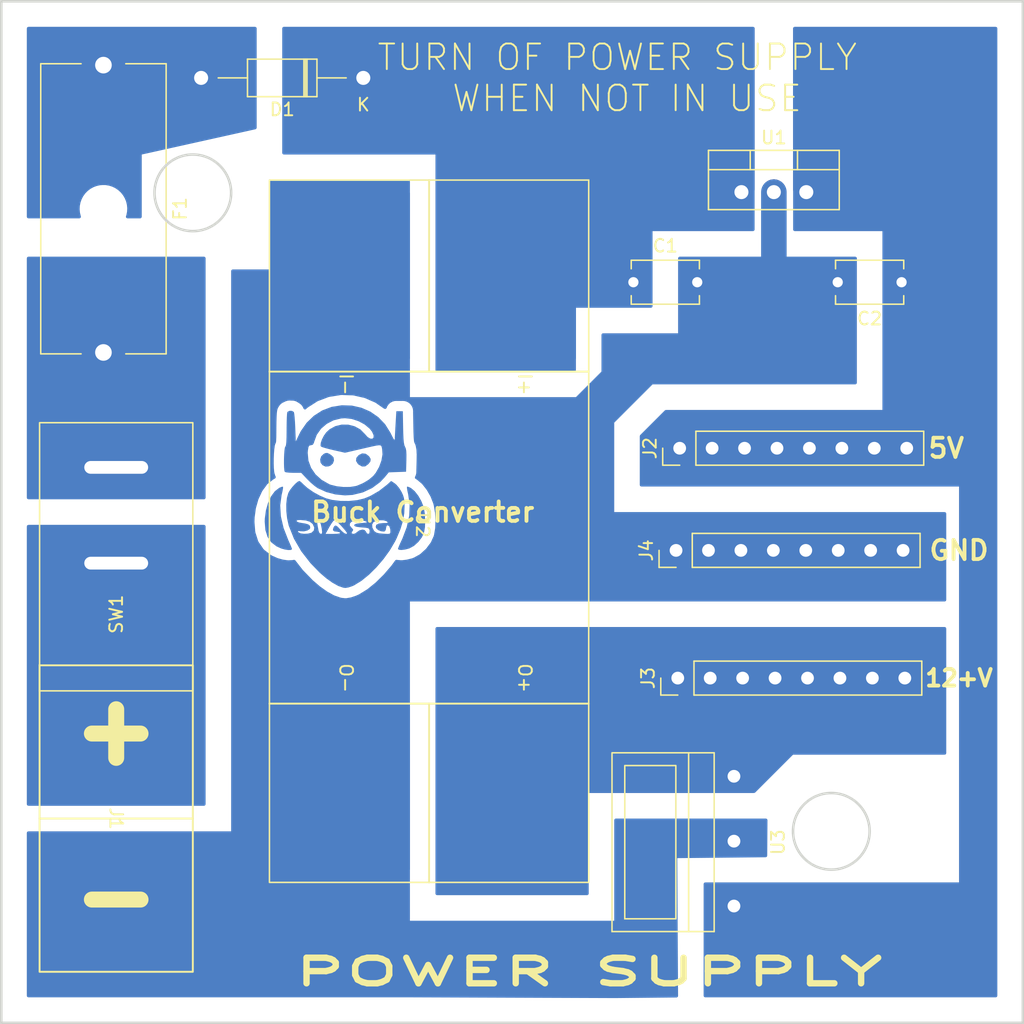
<source format=kicad_pcb>
(kicad_pcb (version 20211014) (generator pcbnew)
  (layers (0 "F.Cu" signal) (31 "B.Cu" signal) (34 "B.Paste" user) (35 "F.Paste" user) (36 "B.SilkS" user "B.Silkscreen") (37 "F.SilkS" user "F.Silkscreen") (38 "B.Mask" user) (39 "F.Mask" user) (44 "Edge.Cuts" user))
  (net 0 "")
  (net 1 "MVCC")
  (net 2 "GND")
  (net 3 "5V")
  (net 4 "Net-(D1-Pad2)")
  (net 5 "Net-(F1-Pad2)")
  (net 6 "Net-(J1-Pad1)")
  (net 7 "VCC12+")
  (footprint "Capacitor_THT:C_Disc_D5.1mm_W3.2mm_P5.00mm" (layer "F.Cu") (at 146.5 97 180)
    (fp_text reference "C2" (at 2.5 -2.85) (layer "F.SilkS"))
    (fp_text value "100u")
    (fp_line (start 5.17 1.055) (end 5.17 1.721) (layer "F.SilkS") (width 0.12))
    (fp_line (start 5.17 -1.721) (end 5.17 -1.055) (layer "F.SilkS") (width 0.12))
    (fp_line (start -0.17 1.721) (end 5.17 1.721) (layer "F.SilkS") (width 0.12))
    (fp_line (start -0.17 1.055) (end -0.17 1.721) (layer "F.SilkS") (width 0.12))
    (fp_line (start -0.17 -1.721) (end -0.17 -1.055) (layer "F.SilkS") (width 0.12))
    (fp_line (start -0.17 -1.721) (end 5.17 -1.721) (layer "F.SilkS") (width 0.12))
    (pad "1" thru_hole circle (at 0 0 180) (size 1.6 1.6) (drill 0.8) (layers *.Cu *.Mask) (net 3 "5V"))
    (pad "2" thru_hole circle (at 5 0 180) (size 1.6 1.6) (drill 0.8) (layers *.Cu *.Mask) (net 2 "GND"))
  )
  (footprint "Connector_PinHeader_2.54mm:PinHeader_1x08_P2.54mm_Vertical" (layer "F.Cu") (at 128.84 118 90)
    (fp_text reference "J4" (at 0 -2.33 90) (layer "F.SilkS"))
    (fp_text value "GND")
    (fp_line (start 1.33 1.27) (end 1.33 19.11) (layer "F.SilkS") (width 0.12))
    (fp_line (start -1.33 -1.33) (end 0 -1.33) (layer "F.SilkS") (width 0.12))
    (fp_line (start -1.33 19.11) (end 1.33 19.11) (layer "F.SilkS") (width 0.12))
    (fp_line (start -1.33 1.27) (end -1.33 19.11) (layer "F.SilkS") (width 0.12))
    (fp_line (start -1.33 0) (end -1.33 -1.33) (layer "F.SilkS") (width 0.12))
    (fp_line (start -1.33 1.27) (end 1.33 1.27) (layer "F.SilkS") (width 0.12))
    (pad "1" thru_hole rect (at 0 0 90) (size 1.7 1.7) (drill 1) (layers *.Cu *.Mask) (net 2 "GND"))
    (pad "2" thru_hole oval (at 0 2.54 90) (size 1.7 1.7) (drill 1) (layers *.Cu *.Mask) (net 2 "GND"))
    (pad "3" thru_hole oval (at 0 5.08 90) (size 1.7 1.7) (drill 1) (layers *.Cu *.Mask) (net 2 "GND"))
    (pad "4" thru_hole oval (at 0 7.62 90) (size 1.7 1.7) (drill 1) (layers *.Cu *.Mask) (net 2 "GND"))
    (pad "5" thru_hole oval (at 0 10.16 90) (size 1.7 1.7) (drill 1) (layers *.Cu *.Mask) (net 2 "GND"))
    (pad "6" thru_hole oval (at 0 12.7 90) (size 1.7 1.7) (drill 1) (layers *.Cu *.Mask) (net 2 "GND"))
    (pad "7" thru_hole oval (at 0 15.24 90) (size 1.7 1.7) (drill 1) (layers *.Cu *.Mask) (net 2 "GND"))
    (pad "8" thru_hole oval (at 0 17.78 90) (size 1.7 1.7) (drill 1) (layers *.Cu *.Mask) (net 2 "GND"))
  )
  (footprint "Diode_THT:D_DO-41_SOD81_P12.70mm_Horizontal" (layer "F.Cu") (at 104.35 81 180)
    (fp_text reference "D1" (at 6.35 -2.47) (layer "F.SilkS"))
    (fp_text value "1N4007")
    (fp_text user "K" (at 0 -2.1) (layer "F.SilkS"))
    (fp_line (start 1.34 0) (end 3.63 0) (layer "F.SilkS") (width 0.12))
    (fp_line (start 9.07 -1.47) (end 3.63 -1.47) (layer "F.SilkS") (width 0.12))
    (fp_line (start 11.36 0) (end 9.07 0) (layer "F.SilkS") (width 0.12))
    (fp_line (start 4.41 -1.47) (end 4.41 1.47) (layer "F.SilkS") (width 0.12))
    (fp_line (start 3.63 1.47) (end 9.07 1.47) (layer "F.SilkS") (width 0.12))
    (fp_line (start 4.65 -1.47) (end 4.65 1.47) (layer "F.SilkS") (width 0.12))
    (fp_line (start 3.63 -1.47) (end 3.63 1.47) (layer "F.SilkS") (width 0.12))
    (fp_line (start 9.07 1.47) (end 9.07 -1.47) (layer "F.SilkS") (width 0.12))
    (fp_line (start 4.53 -1.47) (end 4.53 1.47) (layer "F.SilkS") (width 0.12))
    (pad "1" thru_hole rect (at 0 0 180) (size 2.2 2.2) (drill 1.1) (layers *.Cu *.Mask) (net 1 "MVCC"))
    (pad "2" thru_hole oval (at 12.7 0 180) (size 2.2 2.2) (drill 1.1) (layers *.Cu *.Mask) (net 4 "Net-(D1-Pad2)"))
  )
  (footprint "Connector_PinHeader_2.54mm:PinHeader_1x08_P2.54mm_Vertical" (layer "F.Cu") (at 128.975 128 90)
    (fp_text reference "J3" (at 0 -2.33 90) (layer "F.SilkS"))
    (fp_text value "VCC12+")
    (fp_line (start -1.33 1.27) (end 1.33 1.27) (layer "F.SilkS") (width 0.12))
    (fp_line (start 1.33 1.27) (end 1.33 19.11) (layer "F.SilkS") (width 0.12))
    (fp_line (start -1.33 0) (end -1.33 -1.33) (layer "F.SilkS") (width 0.12))
    (fp_line (start -1.33 -1.33) (end 0 -1.33) (layer "F.SilkS") (width 0.12))
    (fp_line (start -1.33 1.27) (end -1.33 19.11) (layer "F.SilkS") (width 0.12))
    (fp_line (start -1.33 19.11) (end 1.33 19.11) (layer "F.SilkS") (width 0.12))
    (pad "1" thru_hole rect (at 0 0 90) (size 1.7 1.7) (drill 1) (layers *.Cu *.Mask) (net 7 "VCC12+"))
    (pad "2" thru_hole oval (at 0 2.54 90) (size 1.7 1.7) (drill 1) (layers *.Cu *.Mask) (net 7 "VCC12+"))
    (pad "3" thru_hole oval (at 0 5.08 90) (size 1.7 1.7) (drill 1) (layers *.Cu *.Mask) (net 7 "VCC12+"))
    (pad "4" thru_hole oval (at 0 7.62 90) (size 1.7 1.7) (drill 1) (layers *.Cu *.Mask) (net 7 "VCC12+"))
    (pad "5" thru_hole oval (at 0 10.16 90) (size 1.7 1.7) (drill 1) (layers *.Cu *.Mask) (net 7 "VCC12+"))
    (pad "6" thru_hole oval (at 0 12.7 90) (size 1.7 1.7) (drill 1) (layers *.Cu *.Mask) (net 7 "VCC12+"))
    (pad "7" thru_hole oval (at 0 15.24 90) (size 1.7 1.7) (drill 1) (layers *.Cu *.Mask) (net 7 "VCC12+"))
    (pad "8" thru_hole oval (at 0 17.78 90) (size 1.7 1.7) (drill 1) (layers *.Cu *.Mask) (net 7 "VCC12+"))
  )
  (footprint "sche:DigitalVoltmeter" (layer "F.Cu") (at 133.825 140.85 90)
    (fp_text reference "U3" (at 0 3 90) (layer "F.SilkS"))
    (fp_text value "Digitalvoltmeter")
    (fp_line (start -7 -2) (end 7 -2) (layer "F.SilkS") (width 0.12))
    (fp_line (start 7 -2) (end 7 -4) (layer "F.SilkS") (width 0.12))
    (fp_line (start -7 -4) (end -7 -2) (layer "F.SilkS") (width 0.12))
    (fp_rect (start -6 -9) (end 6 -5) (layer "F.SilkS") (width 0.12) (fill none))
    (fp_rect (start -7 -10) (end 7 -4) (layer "F.SilkS") (width 0.12) (fill none))
    (pad "1" thru_hole circle (at -5 -0.45 180) (size 2 2) (drill 1) (layers *.Cu *.Mask) (net 3 "5V"))
    (pad "2" thru_hole circle (at 0.08 -0.45 180) (size 2 2) (drill 1) (layers *.Cu *.Mask) (net 2 "GND"))
    (pad "3" thru_hole circle (at 5.16 -0.45 180) (size 2 2) (drill 1) (layers *.Cu *.Mask) (net 7 "VCC12+"))
  )
  (footprint "Capacitor_THT:C_Disc_D5.1mm_W3.2mm_P5.00mm" (layer "F.Cu") (at 125.5 97)
    (fp_text reference "C1" (at 2.5 -2.85) (layer "F.SilkS"))
    (fp_text value "100u")
    (fp_line (start -0.17 -1.721) (end -0.17 -1.055) (layer "F.SilkS") (width 0.12))
    (fp_line (start -0.17 1.055) (end -0.17 1.721) (layer "F.SilkS") (width 0.12))
    (fp_line (start 5.17 1.055) (end 5.17 1.721) (layer "F.SilkS") (width 0.12))
    (fp_line (start 5.17 -1.721) (end 5.17 -1.055) (layer "F.SilkS") (width 0.12))
    (fp_line (start -0.17 1.721) (end 5.17 1.721) (layer "F.SilkS") (width 0.12))
    (fp_line (start -0.17 -1.721) (end 5.17 -1.721) (layer "F.SilkS") (width 0.12))
    (pad "1" thru_hole circle (at 0 0) (size 1.6 1.6) (drill 0.8) (layers *.Cu *.Mask) (net 1 "MVCC"))
    (pad "2" thru_hole circle (at 5 0) (size 1.6 1.6) (drill 0.8) (layers *.Cu *.Mask) (net 2 "GND"))
  )
  (footprint "Connector_PinHeader_2.54mm:PinHeader_1x08_P2.54mm_Vertical" (layer "F.Cu") (at 129.125 110 90)
    (fp_text reference "J2" (at 0 -2.33 90) (layer "F.SilkS"))
    (fp_text value "5V")
    (fp_line (start -1.33 19.11) (end 1.33 19.11) (layer "F.SilkS") (width 0.12))
    (fp_line (start -1.33 0) (end -1.33 -1.33) (layer "F.SilkS") (width 0.12))
    (fp_line (start -1.33 -1.33) (end 0 -1.33) (layer "F.SilkS") (width 0.12))
    (fp_line (start -1.33 1.27) (end 1.33 1.27) (layer "F.SilkS") (width 0.12))
    (fp_line (start -1.33 1.27) (end -1.33 19.11) (layer "F.SilkS") (width 0.12))
    (fp_line (start 1.33 1.27) (end 1.33 19.11) (layer "F.SilkS") (width 0.12))
    (pad "1" thru_hole rect (at 0 0 90) (size 1.7 1.7) (drill 1) (layers *.Cu *.Mask) (net 3 "5V"))
    (pad "2" thru_hole oval (at 0 2.54 90) (size 1.7 1.7) (drill 1) (layers *.Cu *.Mask) (net 3 "5V"))
    (pad "3" thru_hole oval (at 0 5.08 90) (size 1.7 1.7) (drill 1) (layers *.Cu *.Mask) (net 3 "5V"))
    (pad "4" thru_hole oval (at 0 7.62 90) (size 1.7 1.7) (drill 1) (layers *.Cu *.Mask) (net 3 "5V"))
    (pad "5" thru_hole oval (at 0 10.16 90) (size 1.7 1.7) (drill 1) (layers *.Cu *.Mask) (net 3 "5V"))
    (pad "6" thru_hole oval (at 0 12.7 90) (size 1.7 1.7) (drill 1) (layers *.Cu *.Mask) (net 3 "5V"))
    (pad "7" thru_hole oval (at 0 15.24 90) (size 1.7 1.7) (drill 1) (layers *.Cu *.Mask) (net 3 "5V"))
    (pad "8" thru_hole oval (at 0 17.78 90) (size 1.7 1.7) (drill 1) (layers *.Cu *.Mask) (net 3 "5V"))
  )
  (footprint "sche:PowerEdge" (layer "F.Cu") (at 86 139 -90)
    (fp_text reference "J1" (at 0 1 -90 unlocked) (layer "F.SilkS"))
    (fp_text value "INPUT")
    (pad "1" smd rect (at -6.5 1 270) (size 10 10) (layers "B.Cu" "B.Paste" "B.Mask") (net 6 "Net-(J1-Pad1)"))
    (pad "2" smd rect (at 6.5 1 270) (size 10 10) (layers "B.Cu" "B.Paste" "B.Mask") (net 2 "GND"))
  )
  (footprint "sche:draic logo" (layer "F.Cu") (at 103 114)
    (fp_text reference "Buck Converter" (at 6 1) (layer "F.SilkS") (effects (font (size 1.524 1.524) (thickness 0.3))))
    (fp_text value "LOGO" hide)
    (fp_poly (pts (xy 4.771199 -0.989422) (xy 4.766379 -0.889614) (xy 4.799335 -0.67408) (xy 4.859854 -0.402389) (xy 4.979944 0.418654) (xy 4.943161 1.282951) (xy 4.751604 2.175429) (xy 4.407371 3.081019) (xy 4.361022 3.179235) (xy 4.222121 3.478687) (xy 4.117959 3.72356) (xy 4.066519 3.87094) (xy 4.064 3.888052) (xy 4.137566 3.95318) (xy 4.32968 3.969407) (xy 4.597469 3.938979) (xy 4.898058 3.864145) (xy 4.967989 3.840653) (xy 5.323229 3.644184) (xy 5.664671 3.33523) (xy 5.943203 2.966914) (xy 6.104594 2.611174) (xy 6.17908 2.182732) (xy 6.199717 1.665711) (xy 6.16794 1.131588) (xy 6.085187 0.651836) (xy 6.063607 0.571998) (xy 5.893556 0.136522) (xy 5.654014 -0.282145) (xy 5.3781 -0.634736) (xy 5.098935 -0.871982) (xy 5.088889 -0.877956) (xy 4.901719 -0.969453) (xy 4.782458 -0.994938)) (layer "B.Cu") (width 0) (fill solid))
    (fp_poly (pts (xy -3.792353 -1.375028) (xy -3.985882 -1.208987) (xy -4.196712 -0.98152) (xy -4.387404 -0.732938) (xy -4.518525 -0.508) (xy -4.630332 -0.124637) (xy -4.683916 0.368718) (xy -4.679901 0.923279) (xy -4.618913 1.490261) (xy -4.501577 2.020876) (xy -4.485442 2.074334) (xy -4.081971 3.088787) (xy -3.514824 4.066891) (xy -2.786497 5.004861) (xy -2.05936 5.752063) (xy -1.549591 6.190534) (xy -1.05723 6.541135) (xy -0.605636 6.790056) (xy -0.218164 6.923491) (xy -0.045434 6.942667) (xy 0.184279 6.904411) (xy 0.476184 6.806771) (xy 0.639543 6.733684) (xy 1.20357 6.387325) (xy 1.791813 5.910293) (xy 2.376733 5.333145) (xy 2.930792 4.68644) (xy 3.426452 4.000735) (xy 3.836176 3.306587) (xy 3.965351 3.043175) (xy 4.186064 2.514455) (xy 3.471333 2.514455) (xy 3.463865 2.628275) (xy 3.416252 2.689438) (xy 3.290682 2.709985) (xy 3.049342 2.701955) (xy 2.909687 2.693297) (xy 2.581973 2.661574) (xy 2.374171 2.607324) (xy 2.236993 2.514732) (xy 2.202685 2.4765) (xy 1.847124 2.4765) (xy 1.820566 2.656763) (xy 1.723457 2.714467) (xy 1.611565 2.637001) (xy 1.566333 2.54) (xy 1.448364 2.40145) (xy 1.277417 2.370667) (xy 1.043868 2.430679) (xy 0.889 2.54) (xy 0.717784 2.668585) (xy 0.579544 2.709334) (xy 0.487766 2.682594) (xy 0.074155 2.682594) (xy 0.018266 2.709245) (xy 0.011861 2.709334) (xy -0.13639 2.648241) (xy -0.33087 2.492083) (xy -0.446025 2.370667) (xy -0.65691 2.143798) (xy -0.801032 2.0509) (xy -0.905902 2.08528) (xy -0.997352 2.236549) (xy -1.032523 2.411763) (xy -0.93161 2.509179) (xy -0.68274 2.539986) (xy -0.675406 2.54) (xy -0.516219 2.580509) (xy -0.465667 2.624667) (xy -0.51322 2.671805) (xy -0.714641 2.700742) (xy -1.010195 2.709334) (xy -1.607051 2.709334) (xy -1.521136 2.554017) (xy -1.876076 2.554017) (xy -1.894347 2.675052) (xy -1.965291 2.709191) (xy -1.973326 2.709334) (xy -2.085036 2.634769) (xy -2.149377 2.4765) (xy -2.199322 2.211623) (xy -2.49162 2.211623) (xy -2.526275 2.44123) (xy -2.699456 2.607366) (xy -2.737946 2.624783) (xy -2.998117 2.688489) (xy -3.291023 2.70204) (xy -3.552585 2.668189) (xy -3.718721 2.589685) (xy -3.72529 2.582385) (xy -3.776428 2.497751) (xy -3.706407 2.481775) (xy -3.587491 2.500123) (xy -3.303922 2.510531) (xy -3.042963 2.451783) (xy -2.859327 2.341437) (xy -2.807227 2.249751) (xy -2.825241 2.075403) (xy -2.969884 1.956753) (xy -3.258079 1.88287) (xy -3.403211 1.864821) (xy -3.673627 1.816368) (xy -3.838664 1.748668) (xy -3.884392 1.680662) (xy -3.796883 1.63129) (xy -3.584222 1.618684) (xy -3.153262 1.657439) (xy -2.8511 1.750529) (xy -2.642527 1.910148) (xy -2.603514 1.958326) (xy -2.49162 2.211623) (xy -2.199322 2.211623) (xy -2.224755 2.076744) (xy -2.262633 1.81637) (xy -2.264888 1.670067) (xy -2.233399 1.612528) (xy -2.213735 1.608667) (xy -2.08693 1.691628) (xy -1.981233 1.935569) (xy -1.903743 2.307167) (xy -1.876076 2.554017) (xy -1.521136 2.554017) (xy -1.314338 2.180167) (xy -1.155344 1.915614) (xy -1.013105 1.718643) (xy -0.916907 1.629517) (xy -0.912979 1.628423) (xy -0.811186 1.677607) (xy -0.632387 1.828281) (xy -0.408527 2.052304) (xy -0.312236 2.157589) (xy -0.079526 2.426462) (xy 0.045415 2.594899) (xy 0.074155 2.682594) (xy 0.487766 2.682594) (xy 0.441579 2.669137) (xy 0.453523 2.55807) (xy 0.521553 2.475647) (xy 0.559851 2.375798) (xy 0.463064 2.251809) (xy 0.422768 2.217901) (xy 0.292361 2.048635) (xy 0.303606 1.890361) (xy 0.428833 1.756113) (xy 0.640373 1.658924) (xy 0.910556 1.61183) (xy 1.211712 1.627864) (xy 1.497321 1.711712) (xy 1.613407 1.767483) (xy 1.627843 1.803039) (xy 1.519856 1.828245) (xy 1.26867 1.852967) (xy 1.185333 1.859878) (xy 0.868963 1.896632) (xy 0.694759 1.947522) (xy 0.635645 2.021017) (xy 0.635 2.032) (xy 0.678111 2.105447) (xy 0.826 2.156068) (xy 1.106502 2.191818) (xy 1.227666 2.201334) (xy 1.537844 2.22715) (xy 1.717504 2.260545) (xy 1.805194 2.318642) (xy 1.839461 2.418563) (xy 1.847124 2.4765) (xy 2.202685 2.4765) (xy 2.19002 2.462387) (xy 2.060228 2.215426) (xy 2.04465 1.97144) (xy 2.146375 1.788478) (xy 2.357042 1.689666) (xy 2.644651 1.640945) (xy 2.934926 1.646801) (xy 3.153589 1.71172) (xy 3.175 1.726347) (xy 3.2612 1.802674) (xy 3.246807 1.842005) (xy 3.106654 1.857041) (xy 2.9102 1.859974) (xy 2.560884 1.895563) (xy 2.363798 1.995853) (xy 2.321332 2.159036) (xy 2.364087 2.273706) (xy 2.506319 2.406631) (xy 2.726137 2.499836) (xy 2.944563 2.527232) (xy 3.045934 2.498944) (xy 3.113101 2.381146) (xy 3.132666 2.23867) (xy 3.174418 2.076851) (xy 3.250608 2.032) (xy 3.384216 2.109508) (xy 3.45883 2.328186) (xy 3.471333 2.514455) (xy 4.186064 2.514455) (xy 4.260707 2.335646) (xy 4.45355 1.704372) (xy 4.555941 1.100915) (xy 4.580854 0.570744) (xy 4.570746 0.18536) (xy 4.533192 -0.098326) (xy 4.454324 -0.347405) (xy 4.341284 -0.588212) (xy 4.151773 -0.893601) (xy 3.934381 -1.148717) (xy 3.818023 -1.24588) (xy 3.532809 -1.438086) (xy 3.208429 -1.145028) (xy 2.581581 -0.657633) (xy 1.898732 -0.264542) (xy 1.439333 -0.072573) (xy 0.879304 0.064304) (xy 0.229053 0.129826) (xy -0.44805 0.123927) (xy -1.088631 0.046546) (xy -1.540124 -0.069575) (xy -2.053214 -0.286238) (xy -2.569942 -0.573791) (xy -3.031056 -0.895861) (xy -3.339007 -1.173835) (xy -3.506058 -1.337198) (xy -3.628915 -1.430742) (xy -3.653561 -1.439333)) (layer "B.Cu") (width 0) (fill solid))
    (fp_poly (pts (xy 0.991169 -3.469974) (xy 0.803113 -3.24304) (xy 0.779702 -3.002627) (xy 0.921117 -2.771423) (xy 0.985085 -2.715478) (xy 1.254408 -2.56504) (xy 1.496082 -2.575346) (xy 1.739347 -2.74765) (xy 1.739515 -2.747818) (xy 1.908823 -2.966744) (xy 1.927514 -3.160596) (xy 1.799744 -3.372993) (xy 1.799166 -3.373677) (xy 1.546492 -3.566022) (xy 1.266477 -3.598302)) (layer "B.Cu") (width 0) (fill solid))
    (fp_poly (pts (xy -1.13606 -7.237248) (xy -1.14004 -7.236214) (xy -1.864165 -6.962227) (xy -2.519945 -6.543637) (xy -3.085942 -5.998546) (xy -3.540713 -5.345059) (xy -3.664792 -5.10435) (xy -3.937 -4.529666) (xy -3.979334 -5.630333) (xy -4.000284 -6.05165) (xy -4.027252 -6.41558) (xy -4.05697 -6.686546) (xy -4.086169 -6.828968) (xy -4.090164 -6.836833) (xy -4.229133 -6.926317) (xy -4.417902 -6.932302) (xy -4.572053 -6.85939) (xy -4.605275 -6.808742) (xy -4.623455 -6.679732) (xy -4.63881 -6.415156) (xy -4.650091 -6.04877) (xy -4.656051 -5.614334) (xy -4.656667 -5.418797) (xy -4.661961 -4.868711) (xy -4.678344 -4.477789) (xy -4.706564 -4.236179) (xy -4.747369 -4.134029) (xy -4.754592 -4.130136) (xy -4.794308 -4.037987) (xy -4.825976 -3.818191) (xy -4.848697 -3.512281) (xy -4.861572 -3.161791) (xy -4.863701 -2.808257) (xy -4.854184 -2.493212) (xy -4.832122 -2.258191) (xy -4.797579 -2.145654) (xy -4.683104 -2.110326) (xy -4.448515 -2.084508) (xy -4.142977 -2.073448) (xy -4.120245 -2.073362) (xy -3.513667 -2.072391) (xy -3.049187 -1.578389) (xy -2.771613 -1.306059) (xy -2.479514 -1.055588) (xy -2.233386 -0.878628) (xy -2.220655 -0.871038) (xy -1.566374 -0.571873) (xy -0.833595 -0.37923) (xy -0.083455 -0.304912) (xy 0.515876 -0.342643) (xy 1.316997 -0.540787) (xy 2.040033 -0.877368) (xy 2.66628 -1.342187) (xy 3.005666 -1.699867) (xy 3.344333 -2.109896) (xy 4.021666 -2.134448) (xy 4.699 -2.159) (xy 4.723241 -3.037003) (xy 4.728513 -3.479298) (xy 4.726473 -3.520812) (xy 2.851165 -3.520812) (xy 2.767987 -3.034491) (xy 2.587779 -2.537537) (xy 2.326695 -2.079282) (xy 2.129164 -1.833946) (xy 1.782466 -1.539534) (xy 1.337874 -1.271753) (xy 0.866198 -1.071817) (xy 0.767982 -1.04164) (xy 0.323997 -0.969376) (xy -0.200101 -0.964736) (xy -0.731426 -1.022782) (xy -1.197092 -1.138581) (xy -1.309567 -1.182312) (xy -1.906411 -1.518735) (xy -2.386158 -1.951294) (xy -2.736816 -2.461111) (xy -2.946392 -3.029309) (xy -3.002894 -3.63701) (xy -2.988155 -3.824603) (xy -2.948248 -4.072954) (xy -2.888957 -4.194611) (xy -2.785142 -4.232116) (xy -2.746601 -4.233333) (xy -2.59789 -4.275575) (xy -2.513364 -4.43075) (xy -2.494062 -4.5085) (xy -2.294321 -5.050631) (xy -1.958392 -5.52345) (xy -1.511944 -5.907391) (xy -0.980651 -6.182887) (xy -0.390184 -6.330373) (xy -0.077903 -6.35) (xy 0.453886 -6.286668) (xy 0.983892 -6.111915) (xy 1.466563 -5.848603) (xy 1.85635 -5.519595) (xy 2.032593 -5.290707) (xy 2.15398 -5.019248) (xy 2.15194 -4.833448) (xy 2.054169 -4.742575) (xy 1.888364 -4.755894) (xy 1.68222 -4.882672) (xy 1.481567 -5.10634) (xy 1.12211 -5.472217) (xy 0.675522 -5.71937) (xy 0.17657 -5.846268) (xy -0.339979 -5.851379) (xy -0.839357 -5.733174) (xy -1.286797 -5.490122) (xy -1.554673 -5.240008) (xy -1.741949 -4.976496) (xy -1.889399 -4.687019) (xy -1.980405 -4.416423) (xy -1.998349 -4.209552) (xy -1.96507 -4.132537) (xy -1.853699 -4.082109) (xy -1.6144 -4.00774) (xy -1.284949 -3.920356) (xy -0.985811 -3.849311) (xy -0.08652 -3.646053) (xy 1.16324 -3.934231) (xy 1.710403 -4.061081) (xy 2.114672 -4.152966) (xy 2.398797 -4.210064) (xy 2.58553 -4.232551) (xy 2.697623 -4.220606) (xy 2.757826 -4.174407) (xy 2.788893 -4.09413) (xy 2.813573 -3.979953) (xy 2.821161 -3.947168) (xy 2.851165 -3.520812) (xy 4.726473 -3.520812) (xy 4.713437 -3.786074) (xy 4.674835 -3.990273) (xy 4.619647 -4.110106) (xy 4.565562 -4.237478) (xy 4.525476 -4.446495) (xy 4.496988 -4.760846) (xy 4.477699 -5.204225) (xy 4.468406 -5.602769) (xy 4.445 -6.900333) (xy 3.937 -6.900333) (xy 3.883875 -6.011333) (xy 3.860239 -5.605386) (xy 3.839564 -5.231358) (xy 3.824683 -4.94145) (xy 3.819575 -4.826) (xy 3.809759 -4.696368) (xy 3.783605 -4.656178) (xy 3.72694 -4.721457) (xy 3.625589 -4.908231) (xy 3.471959 -5.21904) (xy 3.059758 -5.879154) (xy 2.531417 -6.430255) (xy 1.907402 -6.86339) (xy 1.208181 -7.169609) (xy 0.454219 -7.339959) (xy -0.334016 -7.365489)) (layer "B.Cu") (width 0) (fill solid))
    (fp_poly (pts (xy -5.032239 -0.979413) (xy -5.2109 -0.908396) (xy -5.243135 -0.892205) (xy -5.579616 -0.630667) (xy -5.872206 -0.2319) (xy -6.108464 0.274936) (xy -6.275944 0.860681) (xy -6.362205 1.496177) (xy -6.371145 1.751183) (xy -6.318354 2.408359) (xy -6.148367 2.946212) (xy -5.857009 3.371514) (xy -5.440109 3.691034) (xy -5.074949 3.854116) (xy -4.779312 3.936634) (xy -4.511501 3.974393) (xy -4.31508 3.964973) (xy -4.233615 3.905954) (xy -4.233334 3.90085) (xy -4.266791 3.791779) (xy -4.355631 3.571943) (xy -4.482554 3.283517) (xy -4.520779 3.200067) (xy -4.891881 2.247167) (xy -5.104072 1.340606) (xy -5.156941 0.483208) (xy -5.050078 -0.322207) (xy -5.039425 -0.365465) (xy -4.973022 -0.656523) (xy -4.935804 -0.877723) (xy -4.935282 -0.983758) (xy -4.936653 -0.985542)) (layer "B.Cu") (width 0) (fill solid))
    (fp_poly (pts (xy -1.630714 -3.616517) (xy -1.756834 -3.55334) (xy -1.946224 -3.368563) (xy -2.028803 -3.121516) (xy -1.998444 -2.870906) (xy -1.849024 -2.675441) (xy -1.848459 -2.675045) (xy -1.609706 -2.56053) (xy -1.366587 -2.57843) (xy -1.20466 -2.644156) (xy -1.029649 -2.806094) (xy -0.944838 -3.037885) (xy -0.974802 -3.264889) (xy -0.99073 -3.293938) (xy -1.124731 -3.433783) (xy -1.29953 -3.556) (xy -1.47948 -3.635765)) (layer "B.Cu") (width 0) (fill solid))
  )
  (footprint "Fuse:Fuseholder_Cylinder-5x20mm_Schurter_0031_8201_Horizontal_Open" (layer "F.Cu") (at 84 80 -90)
    (fp_text reference "F1" (at 11.25 -6 90) (layer "F.SilkS"))
    (fp_text value "Fuse")
    (fp_line (start -0.11 4.91) (end -0.11 1.75) (layer "F.SilkS") (width 0.12))
    (fp_line (start 22.61 4.91) (end 22.61 1.75) (layer "F.SilkS") (width 0.12))
    (fp_line (start -0.11 4.91) (end 22.61 4.91) (layer "F.SilkS") (width 0.12))
    (fp_line (start 22.61 -1.75) (end 22.61 -4.91) (layer "F.SilkS") (width 0.12))
    (fp_line (start -0.11 -4.91) (end 22.61 -4.91) (layer "F.SilkS") (width 0.12))
    (fp_line (start -0.11 -1.75) (end -0.11 -4.91) (layer "F.SilkS") (width 0.12))
    (pad "" np_thru_hole circle (at 11.25 0 270) (size 2.7 2.7) (drill 2.7) (layers *.Cu *.Mask))
    (pad "1" thru_hole circle (at 0 0 270) (size 3 3) (drill 1.3) (layers *.Cu *.Mask) (net 4 "Net-(D1-Pad2)"))
    (pad "2" thru_hole circle (at 22.5 0 270) (size 3 3) (drill 1.3) (layers *.Cu *.Mask) (net 5 "Net-(F1-Pad2)"))
  )
  (footprint "sche:DPDT_SW" (layer "F.Cu") (at 85 119 90)
    (fp_text reference "SW1" (at -4 0 90 unlocked) (layer "F.SilkS"))
    (fp_text value "SW_DIP_x01")
    (fp_rect (start -10 -6) (end 11 6) (layer "F.SilkS") (width 0.12) (fill none))
    (pad "1" thru_hole roundrect (at 0 0 90) (size 4 7) (drill oval 1 5) (layers *.Cu *.Mask) (net 6 "Net-(J1-Pad1)"))
    (pad "2" thru_hole roundrect (at 7.5 0 90) (size 4 7) (drill oval 1 5) (layers *.Cu *.Mask) (net 5 "Net-(F1-Pad2)"))
  )
  (footprint "sche:Buckconverter" (layer "F.Cu") (at 109 116 -90)
    (fp_text reference "U2" (at 0 0 -90 unlocked) (layer "F.SilkS"))
    (fp_text value "BUCK CONVERTER")
    (fp_text user "I-" (at -11 6 -90 unlocked) (layer "F.SilkS"))
    (fp_text user "O+" (at 12 -8 -90 unlocked) (layer "F.SilkS"))
    (fp_text user "I+" (at -11 -8 -90 unlocked) (layer "F.SilkS"))
    (fp_text user "O-" (at 12 6 -90 unlocked) (layer "F.SilkS"))
    (fp_rect (start -27 -13) (end 28 12) (layer "F.SilkS") (width 0.12) (fill none))
    (pad "1" smd rect (at -19.5 -7) (size 10 13) (layers "B.Cu") (net 1 "MVCC"))
    (pad "2" smd rect (at -19.5 6) (size 10 13) (layers "B.Cu") (net 2 "GND"))
    (pad "3" smd rect (at 20.5 -7) (size 10 13) (layers "B.Cu") (net 7 "VCC12+"))
    (pad "4" smd rect (at 20.5 6) (size 10 13) (layers "B.Cu") (net 2 "GND"))
  )
  (footprint "Package_TO_SOT_THT:TO-220-3_Vertical" (layer "F.Cu") (at 133.96 89.945)
    (fp_text reference "U1" (at 2.54 -4.27) (layer "F.SilkS"))
    (fp_text value "LM7805_TO220")
    (fp_line (start -2.58 -3.27) (end -2.58 1.371) (layer "F.SilkS") (width 0.12))
    (fp_line (start -2.58 -3.27) (end 7.66 -3.27) (layer "F.SilkS") (width 0.12))
    (fp_line (start 7.66 -3.27) (end 7.66 1.371) (layer "F.SilkS") (width 0.12))
    (fp_line (start 4.391 -3.27) (end 4.391 -1.76) (layer "F.SilkS") (width 0.12))
    (fp_line (start 0.69 -3.27) (end 0.69 -1.76) (layer "F.SilkS") (width 0.12))
    (fp_line (start -2.58 1.371) (end 7.66 1.371) (layer "F.SilkS") (width 0.12))
    (fp_line (start -2.58 -1.76) (end 7.66 -1.76) (layer "F.SilkS") (width 0.12))
    (pad "1" thru_hole rect (at 0 0) (size 1.905 2) (drill 1.1) (layers *.Cu *.Mask) (net 1 "MVCC"))
    (pad "2" thru_hole oval (at 2.54 0) (size 1.905 2) (drill 1.1) (layers *.Cu *.Mask) (net 2 "GND"))
    (pad "3" thru_hole oval (at 5.08 0) (size 1.905 2) (drill 1.1) (layers *.Cu *.Mask) (net 3 "5V"))
  )
  (gr_line (start 97 130) (end 122 130) (layer "F.SilkS") (width 0.15))
  (gr_rect (start 79 127) (end 91 151) (layer "F.SilkS") (width 0.15) (fill none))
  (gr_line (start 109.5 104) (end 109.5 89) (layer "F.SilkS") (width 0.15))
  (gr_line (start 97 104) (end 122 104) (layer "F.SilkS") (width 0.15))
  (gr_line (start 91 139) (end 79 139) (layer "F.SilkS") (width 0.15))
  (gr_line (start 109.5 130) (end 109.5 144) (layer "F.SilkS") (width 0.15))
  (gr_line (start 76 155) (end 76 75) (layer "Edge.Cuts") (width 0.2))
  (gr_line (start 76 75) (end 156 75) (layer "Edge.Cuts") (width 0.2))
  (gr_circle (center 91 90) (end 94 90) (layer "Edge.Cuts") (width 0.2) (fill none))
  (gr_line (start 156 75) (end 156 155) (layer "Edge.Cuts") (width 0.2))
  (gr_circle (center 141 140) (end 144 140) (layer "Edge.Cuts") (width 0.2) (fill none))
  (gr_line (start 156 155) (end 76 155) (layer "Edge.Cuts") (width 0.2))
  (gr_text "POWER SUPPLY" (at 122 151) (layer "F.SilkS") (effects (font (size 2 4) (thickness 0.5))))
  (gr_text "5V" (at 150 110) (layer "F.SilkS") (effects (font (size 1.5 1.5) (thickness 0.3))))
  (gr_text "+\n" (at 85 132) (layer "F.SilkS") (effects (font (size 5 5) (thickness 1.25))))
  (gr_text "12+V" (at 151 128) (layer "F.SilkS") (effects (font (size 1.3 1.3) (thickness 0.3))))
  (gr_text "TURN OF POWER SUPPLY \nWHEN NOT IN USE" (at 125 81) (layer "F.SilkS") (effects (font (size 2 2))))
  (gr_text "-\n" (at 85 145) (layer "F.SilkS") (effects (font (size 5 5) (thickness 1.25))))
  (gr_text "GND\n" (at 151 118) (layer "F.SilkS") (effects (font (size 1.5 1.5) (thickness 0.3))))
  (segment (start 136.5 89.945) (end 136.5 96.5) (width 2) (layer "B.Cu") (net 2))
  (segment (start 136 97) (end 130.5 97) (width 2) (layer "B.Cu") (net 2))
  (segment (start 136.5 96.5) (end 136 97) (width 2) (layer "B.Cu") (net 2))
  (zone (net 1) (net_name "MVCC") (layer "B.Cu") (connect_pads yes (clearance 0.508)) (min_thickness 0.254) (fill yes (thermal_gap 0.508) (thermal_bridge_width 0.508))
    (polygon (pts (xy 135 77) (xy 135 93) (xy 127 93) (xy 127 99) (xy 121 99) (xy 121 104) (xy 110 104) (xy 110 87) (xy 98 87) (xy 98 77) (xy 123 77)))
  )
  (zone (net 7) (net_name "VCC12+") (layer "B.Cu") (connect_pads yes (clearance 0.508)) (min_thickness 0.254) (fill yes (thermal_gap 0.508) (thermal_bridge_width 0.508))
    (polygon (pts (xy 150 134) (xy 138 134) (xy 135 137) (xy 122 137) (xy 122 145) (xy 110 145) (xy 110 124) (xy 150 124)))
  )
  (zone (net 4) (net_name "Net-(D1-Pad2)") (layer "B.Cu") (connect_pads yes (clearance 0.508)) (min_thickness 0.254) (fill yes (thermal_gap 0.508) (thermal_bridge_width 0.508))
    (polygon (pts (xy 96 85) (xy 87 87) (xy 87 92) (xy 78 92) (xy 78 77) (xy 96 77)))
  )
  (zone (net 2) (net_name "GND") (layer "B.Cu") (connect_pads yes (clearance 0.8)) (min_thickness 0.254) (fill yes (thermal_gap 0.508) (thermal_bridge_width 0.508))
    (polygon (pts (xy 108 106) (xy 121 106) (xy 123 104) (xy 123 101) (xy 129 101) (xy 129 95) (xy 143 95) (xy 143 105) (xy 127 105) (xy 124 108) (xy 124 115) (xy 150 115) (xy 150 122) (xy 108 122) (xy 108 147) (xy 124 147) (xy 124 143) (xy 124 139) (xy 136 139) (xy 135.979004 142.029658) (xy 128.934806 142.098768) (xy 129.000062 153.011212) (xy 124.07574 153.057898) (xy 108 153) (xy 78 153) (xy 78 140) (xy 94 140) (xy 94 96) (xy 97 96) (xy 97 89) (xy 108 89)))
  )
  (zone (net 3) (net_name "5V") (layer "B.Cu") (connect_pads yes (clearance 0.508)) (min_thickness 0.254) (fill yes (thermal_gap 0.508) (thermal_bridge_width 0.508))
    (polygon (pts (xy 154 153) (xy 131 153) (xy 131 144) (xy 151 144) (xy 151 113) (xy 147 113) (xy 126 113) (xy 126 109) (xy 128 107) (xy 145 107) (xy 145 93) (xy 138 93) (xy 138 77) (xy 154 77)))
  )
  (zone (net 6) (net_name "Net-(J1-Pad1)") (layer "B.Cu") (connect_pads yes (clearance 0.508)) (min_thickness 0.254) (fill yes (thermal_gap 0.508) (thermal_bridge_width 0.508))
    (polygon (pts (xy 92 138) (xy 78 138) (xy 78 116) (xy 92 116)))
  )
  (zone (net 5) (net_name "Net-(F1-Pad2)") (layer "B.Cu") (connect_pads yes (clearance 0.508)) (min_thickness 0.254) (fill yes (thermal_gap 0.508) (thermal_bridge_width 0.508))
    (polygon (pts (xy 92 95) (xy 92 103.440612) (xy 92 114) (xy 78 114) (xy 78 95) (xy 87 95)))
  )
)
</source>
